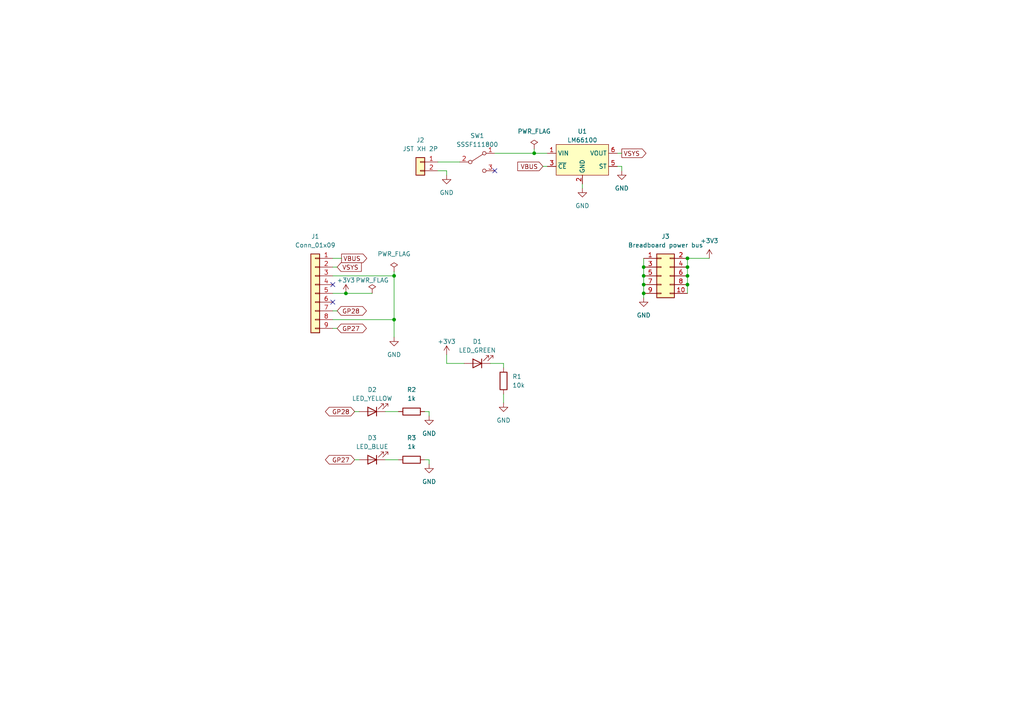
<source format=kicad_sch>
(kicad_sch (version 20230121) (generator eeschema)
  (paper "A4")
  (lib_symbols
    (symbol "Akiyuki_IC:LM66100"
      (property "Reference" "U" (at 0 7.62 0))
      (property "Value" "LM66100" (at 0 5.08 0))
      (symbol "LM66100_1_1"
        (rectangle (start -7.62 3.81) (end 7.62 -5.08) (fill (type background)))
        (pin power_in line (at -10.16 1.27 0) (length 2.54) (name "VIN") (number "1"))
        (pin power_in line (at 0 -7.62 90) (length 2.54) (name "GND") (number "2"))
        (pin input line (at -10.16 -2.54 0) (length 2.54) (name "~{CE}") (number "3"))
        (pin no_connect line (at 3.81 -7.62 90) (length 2.54) hide (name "") (number "4"))
        (pin passive line (at 10.16 -2.54 180) (length 2.54) (name "ST") (number "5"))
        (pin power_out line (at 10.16 1.27 180) (length 2.54) (name "VOUT") (number "6"))
      )
    )
    (symbol "Connector_Generic:Conn_01x02" (pin_names (offset 1.016) hide)
      (property "Reference" "J" (at 0 2.54 0))
      (property "Value" "Conn_01x02" (at 0 -5.08 0))
      (symbol "Conn_01x02_1_1"
        (rectangle (start -1.27 -2.413) (end 0 -2.667) (stroke (width 0.1524)))
        (rectangle (start -1.27 0.127) (end 0 -0.127) (stroke (width 0.1524)))
        (rectangle (start -1.27 1.27) (end 1.27 -3.81) (stroke (width 0.254)) (fill (type background)))
        (pin passive line (at -5.08 0 0) (length 3.81) (name "Pin_1") (number "1"))
        (pin passive line (at -5.08 -2.54 0) (length 3.81) (name "Pin_2") (number "2"))
      )
    )
    (symbol "Connector_Generic:Conn_01x09" (pin_names (offset 1.016) hide)
      (property "Reference" "J" (at 0 12.7 0))
      (property "Value" "Conn_01x09" (at 0 -12.7 0))
      (symbol "Conn_01x09_1_1"
        (rectangle (start -1.27 -10.033) (end 0 -10.287) (stroke (width 0.1524)))
        (rectangle (start -1.27 -7.493) (end 0 -7.747) (stroke (width 0.1524)))
        (rectangle (start -1.27 -4.953) (end 0 -5.207) (stroke (width 0.1524)))
        (rectangle (start -1.27 -2.413) (end 0 -2.667) (stroke (width 0.1524)))
        (rectangle (start -1.27 0.127) (end 0 -0.127) (stroke (width 0.1524)))
        (rectangle (start -1.27 2.667) (end 0 2.413) (stroke (width 0.1524)))
        (rectangle (start -1.27 5.207) (end 0 4.953) (stroke (width 0.1524)))
        (rectangle (start -1.27 7.747) (end 0 7.493) (stroke (width 0.1524)))
        (rectangle (start -1.27 10.287) (end 0 10.033) (stroke (width 0.1524)))
        (rectangle (start -1.27 11.43) (end 1.27 -11.43) (stroke (width 0.254)) (fill (type background)))
        (pin passive line (at -5.08 10.16 0) (length 3.81) (name "Pin_1") (number "1"))
        (pin passive line (at -5.08 7.62 0) (length 3.81) (name "Pin_2") (number "2"))
        (pin passive line (at -5.08 5.08 0) (length 3.81) (name "Pin_3") (number "3"))
        (pin passive line (at -5.08 2.54 0) (length 3.81) (name "Pin_4") (number "4"))
        (pin passive line (at -5.08 0 0) (length 3.81) (name "Pin_5") (number "5"))
        (pin passive line (at -5.08 -2.54 0) (length 3.81) (name "Pin_6") (number "6"))
        (pin passive line (at -5.08 -5.08 0) (length 3.81) (name "Pin_7") (number "7"))
        (pin passive line (at -5.08 -7.62 0) (length 3.81) (name "Pin_8") (number "8"))
        (pin passive line (at -5.08 -10.16 0) (length 3.81) (name "Pin_9") (number "9"))
      )
    )
    (symbol "Connector_Generic:Conn_02x05_Odd_Even" (pin_names (offset 1.016) hide)
      (property "Reference" "J" (at 1.27 7.62 0))
      (property "Value" "Conn_02x05_Odd_Even" (at 1.27 -7.62 0))
      (symbol "Conn_02x05_Odd_Even_1_1"
        (rectangle (start -1.27 -4.953) (end 0 -5.207) (stroke (width 0.1524)))
        (rectangle (start -1.27 -2.413) (end 0 -2.667) (stroke (width 0.1524)))
        (rectangle (start -1.27 0.127) (end 0 -0.127) (stroke (width 0.1524)))
        (rectangle (start -1.27 2.667) (end 0 2.413) (stroke (width 0.1524)))
        (rectangle (start -1.27 5.207) (end 0 4.953) (stroke (width 0.1524)))
        (rectangle (start -1.27 6.35) (end 3.81 -6.35) (stroke (width 0.254)) (fill (type background)))
        (rectangle (start 3.81 -4.953) (end 2.54 -5.207) (stroke (width 0.1524)))
        (rectangle (start 3.81 -2.413) (end 2.54 -2.667) (stroke (width 0.1524)))
        (rectangle (start 3.81 0.127) (end 2.54 -0.127) (stroke (width 0.1524)))
        (rectangle (start 3.81 2.667) (end 2.54 2.413) (stroke (width 0.1524)))
        (rectangle (start 3.81 5.207) (end 2.54 4.953) (stroke (width 0.1524)))
        (pin passive line (at -5.08 5.08 0) (length 3.81) (name "Pin_1") (number "1"))
        (pin passive line (at 7.62 -5.08 180) (length 3.81) (name "Pin_10") (number "10"))
        (pin passive line (at 7.62 5.08 180) (length 3.81) (name "Pin_2") (number "2"))
        (pin passive line (at -5.08 2.54 0) (length 3.81) (name "Pin_3") (number "3"))
        (pin passive line (at 7.62 2.54 180) (length 3.81) (name "Pin_4") (number "4"))
        (pin passive line (at -5.08 0 0) (length 3.81) (name "Pin_5") (number "5"))
        (pin passive line (at 7.62 0 180) (length 3.81) (name "Pin_6") (number "6"))
        (pin passive line (at -5.08 -2.54 0) (length 3.81) (name "Pin_7") (number "7"))
        (pin passive line (at 7.62 -2.54 180) (length 3.81) (name "Pin_8") (number "8"))
        (pin passive line (at -5.08 -5.08 0) (length 3.81) (name "Pin_9") (number "9"))
      )
    )
    (symbol "Device:LED" (pin_numbers hide) (pin_names (offset 1.016) hide)
      (property "Reference" "D" (at 0 2.54 0))
      (property "Value" "LED" (at 0 -2.54 0))
      (symbol "LED_0_1"
        (polyline (pts (xy -1.27 -1.27) (xy -1.27 1.27)) (stroke (width 0.254)))
        (polyline (pts (xy -1.27 0) (xy 1.27 0)))
        (polyline (pts (xy 1.27 -1.27) (xy 1.27 1.27) (xy -1.27 0) (xy 1.27 -1.27)) (stroke (width 0.254)))
        (polyline (pts (xy -3.048 -0.762) (xy -4.572 -2.286) (xy -3.81 -2.286) (xy -4.572 -2.286) (xy -4.572 -1.524)))
        (polyline (pts (xy -1.778 -0.762) (xy -3.302 -2.286) (xy -2.54 -2.286) (xy -3.302 -2.286) (xy -3.302 -1.524)))
      )
      (symbol "LED_1_1"
        (pin passive line (at -3.81 0 0) (length 2.54) (name "K") (number "1"))
        (pin passive line (at 3.81 0 180) (length 2.54) (name "A") (number "2"))
      )
    )
    (symbol "Device:R" (pin_numbers hide) (pin_names (offset 0))
      (property "Reference" "R" (at 2.032 0 90))
      (property "Value" "R" (at 0 0 90))
      (symbol "R_0_1"
        (rectangle (start -1.016 -2.54) (end 1.016 2.54) (stroke (width 0.254)))
      )
      (symbol "R_1_1"
        (pin passive line (at 0 3.81 270) (length 1.27) (name "~") (number "1"))
        (pin passive line (at 0 -3.81 90) (length 1.27) (name "~") (number "2"))
      )
    )
    (symbol "Switch:SW_SPDT" (pin_names (offset 0) hide)
      (property "Reference" "SW" (at 0 4.318 0))
      (property "Value" "SW_SPDT" (at 0 -5.08 0))
      (symbol "SW_SPDT_0_0"
        (circle (center -2.032 0) (radius 0.508))
        (circle (center 2.032 -2.54) (radius 0.508))
      )
      (symbol "SW_SPDT_0_1"
        (polyline (pts (xy -1.524 0.254) (xy 1.651 2.286)))
        (circle (center 2.032 2.54) (radius 0.508))
      )
      (symbol "SW_SPDT_1_1"
        (pin passive line (at 5.08 2.54 180) (length 2.54) (name "A") (number "1"))
        (pin passive line (at -5.08 0 0) (length 2.54) (name "B") (number "2"))
        (pin passive line (at 5.08 -2.54 180) (length 2.54) (name "C") (number "3"))
      )
    )
    (symbol "power:+3V3" (power) (pin_names (offset 0))
      (property "Value" "+3V3" (at 0 3.556 0))
      (symbol "+3V3_0_1"
        (polyline (pts (xy -0.762 1.27) (xy 0 2.54)))
        (polyline (pts (xy 0 0) (xy 0 2.54)))
        (polyline (pts (xy 0 2.54) (xy 0.762 1.27)))
      )
      (symbol "+3V3_1_1"
        (pin power_in line (at 0 0 90) (length 0) hide (name "+3V3") (number "1"))
      )
    )
    (symbol "power:GND" (power) (pin_names (offset 0))
      (property "Value" "GND" (at 0 -3.81 0))
      (symbol "GND_0_1"
        (polyline (pts (xy 0 0) (xy 0 -1.27) (xy 1.27 -1.27) (xy 0 -2.54) (xy -1.27 -1.27) (xy 0 -1.27)))
      )
      (symbol "GND_1_1"
        (pin power_in line (at 0 0 270) (length 0) hide (name "GND") (number "1"))
      )
    )
    (symbol "power:PWR_FLAG" (power) (pin_numbers hide) (pin_names (offset 0) hide)
      (property "Value" "PWR_FLAG" (at 0 3.81 0))
      (symbol "PWR_FLAG_0_0"
        (pin power_out line (at 0 0 90) (length 0) (name "pwr") (number "1"))
      )
      (symbol "PWR_FLAG_0_1"
        (polyline (pts (xy 0 0) (xy 0 1.27) (xy -1.016 1.905) (xy 0 2.54) (xy 1.016 1.905) (xy 0 1.27)))
      )
    )
  )
  (junction (at 186.69 85.09))
  (junction (at 199.39 74.93))
  (junction (at 199.39 77.47))
  (junction (at 114.3 92.71))
  (junction (at 199.39 82.55))
  (junction (at 199.39 80.01))
  (junction (at 100.33 85.09))
  (junction (at 154.94 44.45))
  (junction (at 186.69 77.47))
  (junction (at 186.69 80.01))
  (junction (at 114.3 80.01))
  (junction (at 186.69 82.55))
  (no_connect (at 96.52 87.63))
  (no_connect (at 143.51 49.53))
  (no_connect (at 96.52 82.55))
  (wire (pts (xy 146.05 105.41) (xy 146.05 106.68)))
  (wire (pts (xy 168.91 53.34) (xy 168.91 54.61)))
  (wire (pts (xy 127 46.99) (xy 133.35 46.99)))
  (wire (pts (xy 96.52 90.17) (xy 97.79 90.17)))
  (wire (pts (xy 123.19 119.38) (xy 124.46 119.38)))
  (wire (pts (xy 199.39 77.47) (xy 199.39 80.01)))
  (wire (pts (xy 127 49.53) (xy 129.54 49.53)))
  (wire (pts (xy 102.87 119.38) (xy 104.14 119.38)))
  (wire (pts (xy 96.52 95.25) (xy 97.79 95.25)))
  (wire (pts (xy 179.07 48.26) (xy 180.34 48.26)))
  (wire (pts (xy 180.34 48.26) (xy 180.34 49.53)))
  (wire (pts (xy 142.24 105.41) (xy 146.05 105.41)))
  (wire (pts (xy 124.46 133.35) (xy 124.46 134.62)))
  (wire (pts (xy 114.3 92.71) (xy 114.3 97.79)))
  (wire (pts (xy 157.48 48.26) (xy 158.75 48.26)))
  (wire (pts (xy 129.54 102.87) (xy 129.54 105.41)))
  (wire (pts (xy 199.39 74.93) (xy 205.74 74.93)))
  (wire (pts (xy 111.76 119.38) (xy 115.57 119.38)))
  (wire (pts (xy 111.76 133.35) (xy 115.57 133.35)))
  (wire (pts (xy 154.94 44.45) (xy 158.75 44.45)))
  (wire (pts (xy 146.05 114.3) (xy 146.05 116.84)))
  (wire (pts (xy 186.69 77.47) (xy 186.69 80.01)))
  (wire (pts (xy 124.46 119.38) (xy 124.46 120.65)))
  (wire (pts (xy 154.94 43.18) (xy 154.94 44.45)))
  (wire (pts (xy 96.52 92.71) (xy 114.3 92.71)))
  (wire (pts (xy 96.52 77.47) (xy 97.79 77.47)))
  (wire (pts (xy 114.3 80.01) (xy 114.3 92.71)))
  (wire (pts (xy 129.54 49.53) (xy 129.54 50.8)))
  (wire (pts (xy 96.52 85.09) (xy 100.33 85.09)))
  (wire (pts (xy 100.33 85.09) (xy 107.95 85.09)))
  (wire (pts (xy 199.39 74.93) (xy 199.39 77.47)))
  (wire (pts (xy 199.39 82.55) (xy 199.39 85.09)))
  (wire (pts (xy 114.3 78.74) (xy 114.3 80.01)))
  (wire (pts (xy 143.51 44.45) (xy 154.94 44.45)))
  (wire (pts (xy 129.54 105.41) (xy 134.62 105.41)))
  (wire (pts (xy 186.69 74.93) (xy 186.69 77.47)))
  (wire (pts (xy 96.52 80.01) (xy 114.3 80.01)))
  (wire (pts (xy 199.39 80.01) (xy 199.39 82.55)))
  (wire (pts (xy 96.52 74.93) (xy 99.06 74.93)))
  (wire (pts (xy 179.07 44.45) (xy 180.34 44.45)))
  (wire (pts (xy 186.69 80.01) (xy 186.69 82.55)))
  (wire (pts (xy 102.87 133.35) (xy 104.14 133.35)))
  (wire (pts (xy 123.19 133.35) (xy 124.46 133.35)))
  (wire (pts (xy 186.69 82.55) (xy 186.69 85.09)))
  (wire (pts (xy 186.69 85.09) (xy 186.69 86.36)))
  (global_label "GP27" (shape bidirectional) (at 97.79 95.25 0) (property "Intersheetrefs" "${INTERSHEET_REFS}" (effects hide)))
  (global_label "GP27" (shape bidirectional) (at 102.87 133.35 180) (property "Intersheetrefs" "${INTERSHEET_REFS}" (effects hide)))
  (global_label "VBUS" (shape input) (at 157.48 48.26 180) (property "Intersheetrefs" "${INTERSHEET_REFS}" (effects hide)))
  (global_label "GP28" (shape bidirectional) (at 102.87 119.38 180) (property "Intersheetrefs" "${INTERSHEET_REFS}" (effects hide)))
  (global_label "VSYS" (shape output) (at 180.34 44.45 0) (property "Intersheetrefs" "${INTERSHEET_REFS}" (effects hide)))
  (global_label "VBUS" (shape output) (at 99.06 74.93 0) (property "Intersheetrefs" "${INTERSHEET_REFS}" (effects hide)))
  (global_label "VSYS" (shape input) (at 97.79 77.47 0) (property "Intersheetrefs" "${INTERSHEET_REFS}" (effects hide)))
  (global_label "GP28" (shape bidirectional) (at 97.79 90.17 0) (property "Intersheetrefs" "${INTERSHEET_REFS}" (effects hide)))
  (symbol (lib_id "Connector_Generic:Conn_01x02") (at 121.92 46.99 0) (mirror y) (unit 1)
    (property "Reference" "J2" (at 121.92 40.64 0))
    (property "Value" "JST XH 2P" (at 121.92 43.18 0))
    (property "Footprint" "Connector_JST:JST_XH_B2B-XH-A_1x02_P2.50mm_Vertical" (effects hide))
  )
  (symbol (lib_id "Device:LED") (at 138.43 105.41 180) (unit 1)
    (property "Reference" "D1" (at 138.43 99.06 0))
    (property "Value" "LED_GREEN" (at 138.43 101.6 0))
    (property "Footprint" "LED_SMD:LED_0603_1608Metric" (effects hide))
    (property "LCSC" "C72043" (effects hide))
  )
  (symbol (lib_id "power:PWR_FLAG") (at 154.94 43.18 0) (unit 1)
    (property "Reference" "#FLG03" (effects hide))
    (property "Value" "PWR_FLAG" (at 154.94 38.1 0))
  )
  (symbol (lib_id "Device:LED") (at 107.95 119.38 180) (unit 1)
    (property "Reference" "D2" (at 107.95 113.03 0))
    (property "Value" "LED_YELLOW" (at 107.95 115.57 0))
    (property "Footprint" "LED_SMD:LED_0603_1608Metric" (effects hide))
    (property "LCSC" "C72038" (effects hide))
  )
  (symbol (lib_id "Device:R") (at 119.38 133.35 90) (unit 1)
    (property "Reference" "R3" (at 119.38 127 90))
    (property "Value" "1k" (at 119.38 129.54 90))
    (property "Footprint" "Resistor_SMD:R_0603_1608Metric" (effects hide))
  )
  (symbol (lib_id "power:PWR_FLAG") (at 107.95 85.09 0) (unit 1)
    (property "Reference" "#FLG02" (effects hide))
    (property "Value" "PWR_FLAG" (at 107.95 81.28 0))
  )
  (symbol (lib_id "power:+3V3") (at 100.33 85.09 0) (unit 1)
    (property "Reference" "#PWR02" (effects hide))
    (property "Value" "+3V3" (at 100.33 81.28 0))
  )
  (symbol (lib_id "power:GND") (at 114.3 97.79 0) (unit 1)
    (property "Reference" "#PWR01" (effects hide))
    (property "Value" "GND" (at 114.3 102.87 0))
  )
  (symbol (lib_id "Akiyuki_IC:LM66100") (at 168.91 45.72 0) (unit 1)
    (property "Reference" "U1" (at 168.91 38.1 0))
    (property "Value" "LM66100" (at 168.91 40.64 0))
    (property "Footprint" "Package_TO_SOT_SMD:SOT-363_SC-70-6_Handsoldering" (effects hide))
  )
  (symbol (lib_id "power:GND") (at 168.91 54.61 0) (unit 1)
    (property "Reference" "#PWR06" (effects hide))
    (property "Value" "GND" (at 168.91 59.69 0))
  )
  (symbol (lib_id "Device:R") (at 119.38 119.38 90) (unit 1)
    (property "Reference" "R2" (at 119.38 113.03 90))
    (property "Value" "1k" (at 119.38 115.57 90))
    (property "Footprint" "Resistor_SMD:R_0603_1608Metric" (effects hide))
  )
  (symbol (lib_id "power:GND") (at 186.69 86.36 0) (unit 1)
    (property "Reference" "#PWR08" (effects hide))
    (property "Value" "GND" (at 186.69 91.44 0))
  )
  (symbol (lib_id "power:GND") (at 129.54 50.8 0) (unit 1)
    (property "Reference" "#PWR04" (effects hide))
    (property "Value" "GND" (at 129.54 55.88 0))
  )
  (symbol (lib_id "Switch:SW_SPDT") (at 138.43 46.99 0) (unit 1)
    (property "Reference" "SW1" (at 138.43 39.37 0))
    (property "Value" "SSSF111800" (at 138.43 41.91 0))
    (property "Footprint" "Akiyuki_footprint:ALPS_SSSF111800" (effects hide))
    (property "LCSC" "C97450" (effects hide))
  )
  (symbol (lib_id "Connector_Generic:Conn_01x09") (at 91.44 85.09 0) (mirror y) (unit 1)
    (property "Reference" "J1" (at 91.44 68.58 0))
    (property "Value" "Conn_01x09" (at 91.44 71.12 0))
    (property "Footprint" "Connector_PinHeader_2.54mm:PinHeader_1x09_P2.54mm_Vertical" (effects hide))
    (property "LCSC" "C706881 " (effects hide))
  )
  (symbol (lib_id "Device:R") (at 146.05 110.49 0) (unit 1)
    (property "Reference" "R1" (at 148.59 109.22 0) (effects (justify left)))
    (property "Value" "10k" (at 148.59 111.76 0) (effects (justify left)))
    (property "Footprint" "Resistor_SMD:R_0603_1608Metric" (effects hide))
  )
  (symbol (lib_id "power:+3V3") (at 205.74 74.93 0) (unit 1)
    (property "Reference" "#PWR09" (effects hide))
    (property "Value" "+3V3" (at 205.74 69.85 0))
  )
  (symbol (lib_id "power:+3V3") (at 129.54 102.87 0) (unit 1)
    (property "Reference" "#PWR03" (effects hide))
    (property "Value" "+3V3" (at 129.54 99.06 0))
  )
  (symbol (lib_id "power:GND") (at 124.46 120.65 0) (unit 1)
    (property "Reference" "#PWR010" (effects hide))
    (property "Value" "GND" (at 124.46 125.73 0))
  )
  (symbol (lib_id "power:GND") (at 180.34 49.53 0) (unit 1)
    (property "Reference" "#PWR07" (effects hide))
    (property "Value" "GND" (at 180.34 54.61 0))
  )
  (symbol (lib_id "power:PWR_FLAG") (at 114.3 78.74 0) (unit 1)
    (property "Reference" "#FLG01" (effects hide))
    (property "Value" "PWR_FLAG" (at 114.3 73.66 0))
  )
  (symbol (lib_id "Device:LED") (at 107.95 133.35 180) (unit 1)
    (property "Reference" "D3" (at 107.95 127 0))
    (property "Value" "LED_BLUE" (at 107.95 129.54 0))
    (property "Footprint" "LED_SMD:LED_0603_1608Metric" (effects hide))
    (property "LCSC" "C72041" (effects hide))
  )
  (symbol (lib_id "power:GND") (at 124.46 134.62 0) (unit 1)
    (property "Reference" "#PWR011" (effects hide))
    (property "Value" "GND" (at 124.46 139.7 0))
  )
  (symbol (lib_id "Connector_Generic:Conn_02x05_Odd_Even") (at 191.77 80.01 0) (unit 1)
    (property "Reference" "J3" (at 193.04 68.58 0))
    (property "Value" "Breadboard power bus" (at 193.04 71.12 0))
    (property "Footprint" "Connector_PinHeader_2.54mm:PinHeader_2x05_P2.54mm_Vertical" (effects hide))
    (property "LCSC" "C706895" (effects hide))
  )
  (symbol (lib_id "power:GND") (at 146.05 116.84 0) (unit 1)
    (property "Reference" "#PWR05" (effects hide))
    (property "Value" "GND" (at 146.05 121.92 0))
  )
)
</source>
